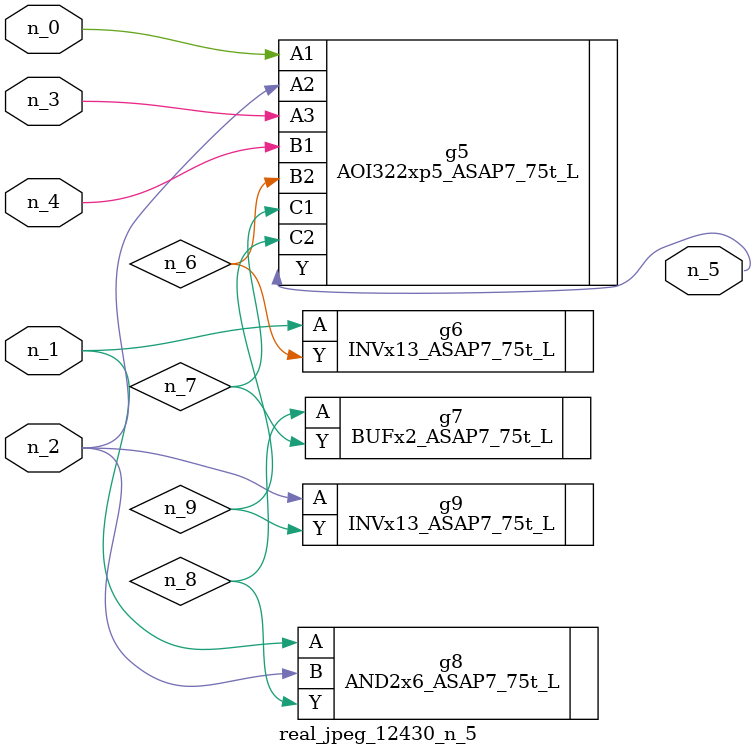
<source format=v>
module real_jpeg_12430_n_5 (n_4, n_0, n_1, n_2, n_3, n_5);

input n_4;
input n_0;
input n_1;
input n_2;
input n_3;

output n_5;

wire n_8;
wire n_6;
wire n_7;
wire n_9;

AOI322xp5_ASAP7_75t_L g5 ( 
.A1(n_0),
.A2(n_2),
.A3(n_3),
.B1(n_4),
.B2(n_6),
.C1(n_7),
.C2(n_9),
.Y(n_5)
);

INVx13_ASAP7_75t_L g6 ( 
.A(n_1),
.Y(n_6)
);

AND2x6_ASAP7_75t_L g8 ( 
.A(n_1),
.B(n_2),
.Y(n_8)
);

INVx13_ASAP7_75t_L g9 ( 
.A(n_2),
.Y(n_9)
);

BUFx2_ASAP7_75t_L g7 ( 
.A(n_8),
.Y(n_7)
);


endmodule
</source>
